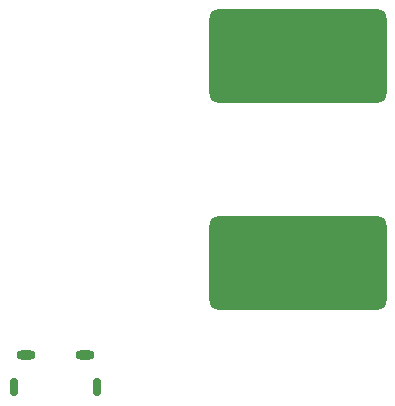
<source format=gbr>
%TF.GenerationSoftware,KiCad,Pcbnew,7.0.10*%
%TF.CreationDate,2024-03-23T21:36:50+11:00*%
%TF.ProjectId,cptibp1a-pcb,63707469-6270-4316-912d-7063622e6b69,rev?*%
%TF.SameCoordinates,Original*%
%TF.FileFunction,Soldermask,Bot*%
%TF.FilePolarity,Negative*%
%FSLAX46Y46*%
G04 Gerber Fmt 4.6, Leading zero omitted, Abs format (unit mm)*
G04 Created by KiCad (PCBNEW 7.0.10) date 2024-03-23 21:36:50*
%MOMM*%
%LPD*%
G01*
G04 APERTURE LIST*
G04 Aperture macros list*
%AMRoundRect*
0 Rectangle with rounded corners*
0 $1 Rounding radius*
0 $2 $3 $4 $5 $6 $7 $8 $9 X,Y pos of 4 corners*
0 Add a 4 corners polygon primitive as box body*
4,1,4,$2,$3,$4,$5,$6,$7,$8,$9,$2,$3,0*
0 Add four circle primitives for the rounded corners*
1,1,$1+$1,$2,$3*
1,1,$1+$1,$4,$5*
1,1,$1+$1,$6,$7*
1,1,$1+$1,$8,$9*
0 Add four rect primitives between the rounded corners*
20,1,$1+$1,$2,$3,$4,$5,0*
20,1,$1+$1,$4,$5,$6,$7,0*
20,1,$1+$1,$6,$7,$8,$9,0*
20,1,$1+$1,$8,$9,$2,$3,0*%
G04 Aperture macros list end*
%ADD10O,1.600000X0.800000*%
%ADD11O,0.750000X1.550000*%
%ADD12RoundRect,0.800000X-6.700000X3.200000X-6.700000X-3.200000X6.700000X-3.200000X6.700000X3.200000X0*%
%ADD13RoundRect,0.800000X6.700000X-3.200000X6.700000X3.200000X-6.700000X3.200000X-6.700000X-3.200000X0*%
G04 APERTURE END LIST*
D10*
%TO.C,J1*%
X-23000000Y-37300000D03*
X-18000000Y-37300000D03*
D11*
X-24025000Y-40000000D03*
X-16975000Y-40000000D03*
%TD*%
D12*
%TO.C,J3*%
X0Y-12000000D03*
%TD*%
D13*
%TO.C,J2*%
X0Y-29500000D03*
%TD*%
M02*

</source>
